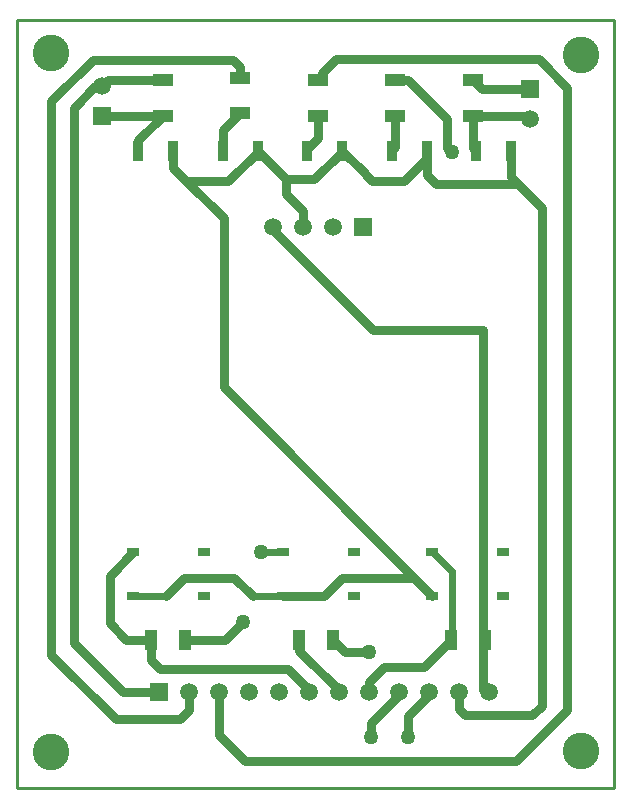
<source format=gtl>
%FSTAX23Y23*%
%MOIN*%
%SFA1B1*%

%IPPOS*%
%ADD11C,0.010000*%
%ADD12R,0.044490X0.069690*%
%ADD13R,0.038190X0.068110*%
%ADD14R,0.068110X0.043310*%
%ADD15R,0.039370X0.027560*%
%ADD25C,0.030000*%
%ADD26C,0.024800*%
%ADD27C,0.122050*%
%ADD28R,0.059060X0.059060*%
%ADD29C,0.059060*%
%ADD30R,0.059060X0.059060*%
%ADD31C,0.050000*%
%LNbuttonpanel-1*%
%LPD*%
G54D11*
X0Y0D02*
Y0256D01*
Y0D02*
X0199D01*
Y0256*
X0D02*
X0199D01*
G54D12*
X01056Y00495D03*
X00943D03*
X01561D03*
X01448D03*
X00448D03*
X00561D03*
G54D13*
X01531Y02125D03*
X01648D03*
X0125D03*
X01367D03*
X00969D03*
X01085D03*
X00687D03*
X00804D03*
X00406D03*
X00523D03*
G54D14*
X01522Y02242D03*
Y02361D03*
X01263Y02242D03*
Y02361D03*
X01005Y02242D03*
Y02361D03*
X00745Y0225D03*
Y02369D03*
X00488Y02242D03*
Y02361D03*
G54D15*
X00388Y00787D03*
X00625D03*
X00388Y00642D03*
X00625D03*
X00887Y00787D03*
X01124D03*
X00887Y00642D03*
X01124D03*
X01386Y00787D03*
X01623D03*
X01386Y00642D03*
X01623D03*
G54D25*
X00687Y02193D02*
X00745Y0225D01*
X00687Y02125D02*
Y02193D01*
X0072Y02429D02*
X00745Y02404D01*
Y02369D02*
Y02404D01*
X0069Y01339D02*
Y019D01*
X00565Y02025D02*
X0069Y019D01*
X01556Y00327D02*
Y01528D01*
X01358Y00405D02*
X01448Y00495D01*
X01226Y00405D02*
X01358D01*
X01175Y00353D02*
X01226Y00405D01*
X00955Y0187D02*
Y01925D01*
X00899Y0198D02*
X00955Y01925D01*
X00899Y0198D02*
Y0203D01*
X00993*
X00855Y01862D02*
Y0187D01*
Y01862D02*
X01189Y01528D01*
X01556*
X00943Y00459D02*
X01075Y00327D01*
X00943Y00459D02*
Y00495D01*
X01075Y0032D02*
Y00327D01*
X0069Y01339D02*
X01326Y00702D01*
X01165Y02045D02*
X01185Y02025D01*
X01018Y02361D02*
Y02383D01*
X0174Y0243D02*
X01835Y02335D01*
X01065Y0243D02*
X0174D01*
X01018Y02383D02*
X01065Y0243D01*
X01835Y0026D02*
Y02335D01*
X01697Y02242D02*
X0171Y0223D01*
X01522Y02242D02*
X01697D01*
X01553Y0233D02*
X0171D01*
X01522Y02361D02*
X01553Y0233D01*
X00254Y02429D02*
X0072D01*
X00115Y0229D02*
X00254Y02429D01*
X00115Y0229D02*
Y00445D01*
X00306Y02361D02*
X00488D01*
X00285Y0234D02*
X00306Y02361D01*
X01664Y0009D02*
X01835Y0026D01*
X00762Y0009D02*
X01664D01*
X00675Y00177D02*
X00762Y0009D01*
X01175Y0032D02*
Y00353D01*
X01096Y00455D02*
X01175D01*
X01056Y00495D02*
X01096Y00455D01*
X01326Y00702D02*
X01386Y00642D01*
X01085Y00702D02*
X01326D01*
X01024Y00642D02*
X01085Y00702D01*
X00887Y00642D02*
X01024D01*
X01475Y0032D02*
Y00327D01*
X00115Y00445D02*
X0033Y0023D01*
X0019Y00485D02*
Y02269D01*
Y00485D02*
X00355Y0032D01*
X0019Y02269D02*
X0026Y0234D01*
X00285*
X00363Y0224D02*
X00365Y02242D01*
X00285Y0224D02*
X00363D01*
X00675Y00177D02*
Y0032D01*
X01496Y00243D02*
X01718D01*
X01475Y00265D02*
X01496Y00243D01*
X01475Y00265D02*
Y0032D01*
X01375Y00312D02*
Y0032D01*
X01305Y00242D02*
X01375Y00312D01*
X01305Y0017D02*
Y00242D01*
X01275Y00312D02*
Y0032D01*
X0118Y00217D02*
X01275Y00312D01*
X0118Y0017D02*
Y00217D01*
X01567Y00327D02*
X01575Y0032D01*
X01556Y00327D02*
X01567D01*
X00575Y0026D02*
Y0032D01*
X0033Y0023D02*
X00545D01*
X00575Y0026*
X00695Y00495D02*
X00755Y00555D01*
X00561Y00495D02*
X00695D01*
X00355Y0032D02*
X00475D01*
X00975D02*
Y00327D01*
X00906Y00396D02*
X00975Y00327D01*
X00478Y00396D02*
X00906D01*
X00448Y00426D02*
X00478Y00396D01*
X00448Y00426D02*
Y00495D01*
X00365D02*
X00448D01*
X0031Y0055D02*
X00365Y00495D01*
X0031Y0055D02*
Y00709D01*
X00388Y00787*
X01085Y02125D02*
X0116Y0205D01*
X01718Y00243D02*
X0175Y00275D01*
X01672Y02013D02*
X0175Y01935D01*
Y00275D02*
Y01935D01*
X01648Y02036D02*
Y02125D01*
Y02036D02*
X01672Y02013D01*
X01367Y02102D02*
Y02125D01*
Y02043D02*
Y02102D01*
Y02043D02*
X01397Y02013D01*
X0129Y02025D02*
X01367Y02102D01*
X01185Y02025D02*
X0129D01*
X01085Y02122D02*
Y02125D01*
X00993Y0203D02*
X01085Y02122D01*
X00804Y02125D02*
X00899Y0203D01*
X00804Y02122D02*
Y02125D01*
X00706Y02025D02*
X00804Y02122D01*
X00565Y02025D02*
X00706D01*
X00523Y02066D02*
X00565Y02025D01*
X00523Y02066D02*
Y02125D01*
X01397Y02013D02*
X01672D01*
X00966Y02127D02*
X01005Y02166D01*
X01522Y02134D02*
X01531Y02125D01*
X01522Y02134D02*
Y02242D01*
X01435Y02135D02*
X0145Y0212D01*
X01435Y02135D02*
Y02231D01*
X0125Y02125D02*
X01263Y02138D01*
Y02242*
X00406Y02125D02*
Y0216D01*
X00488Y02242*
X00365D02*
X00488D01*
X01263Y02361D02*
X01305D01*
X01435Y02231*
X01005Y02361D02*
X01018D01*
X00498Y00642D02*
X00558Y00702D01*
X00726*
X00787Y00642*
X01005Y02166D02*
Y02242D01*
G54D26*
X0145Y00495D02*
Y00724D01*
X01386Y00787D02*
X0145Y00724D01*
X01448Y00495D02*
X0145D01*
X00816Y00787D02*
X00887D01*
X00388Y00642D02*
X00498D01*
X00787D02*
X00887D01*
G54D27*
X00115Y0012D03*
X0188Y00125D03*
Y02445D03*
X00115Y0245D03*
G54D28*
X00285Y0224D03*
X0171Y0233D03*
G54D29*
X00285Y0234D03*
X0171Y0223D03*
X00855Y0187D03*
X00955D03*
X01055D03*
X01575Y0032D03*
X01475D03*
X01375D03*
X01275D03*
X01175D03*
X01075D03*
X00975D03*
X00875D03*
X00775D03*
X00675D03*
X00575D03*
G54D30*
X01155Y0187D03*
X00475Y0032D03*
G54D31*
X01175Y00455D03*
X0118Y0017D03*
X01305D03*
X00755Y00555D03*
X0145Y0212D03*
X00816Y00787D03*
M02*
</source>
